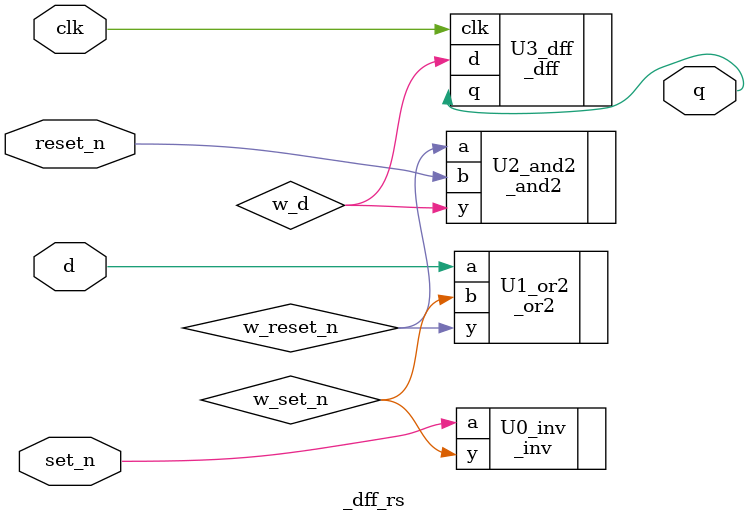
<source format=v>
module _dff_rs(clk, set_n, reset_n, d, q);
	input clk, set_n, reset_n, d;		// 4 inputs
	output q;								// output q

	wire w_set_n, w_reset_n, w_d; 	// use 3 wires

	_inv U0_inv(.a(set_n), .y(w_set_n));				//instance by using Inverter Gate, OR Gate, AND Gate and D flipflop
	_or2 U1_or2(.a(d), .b(w_set_n), .y(w_reset_n));
	_and2 U2_and2(.a(w_reset_n), .b(reset_n), .y(w_d));
	_dff U3_dff(.clk(clk), .d(w_d), .q(q));

endmodule

</source>
